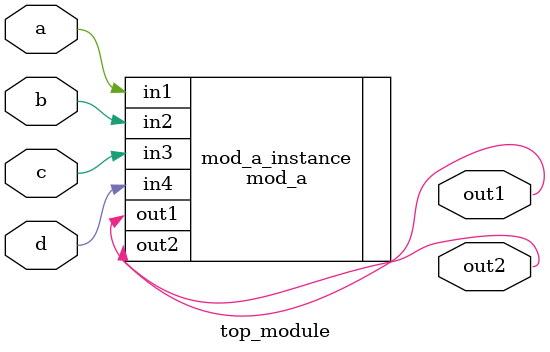
<source format=v>
module top_module ( 
    input a, 
    input b, 
    input c,
    input d,
    output out1,
    output out2
);
    mod_a mod_a_instance(.out1(out1),.out2(out2),.in1(a),.in2(b),.in3(c),.in4(d));
endmodule


</source>
